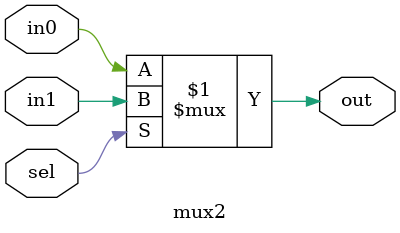
<source format=v>
`timescale 1ns/1ns
module barrel_shifter_32bit (inA, inB, out);
    input  [31:0] inA;
    input  [4:0] inB;
    output [31:0] out;
    wire   [31:0] w,x,y,z; 

//1 bit shift left
mux2  ins_00 (.in0(inA[0]),.in1(1'b0),.sel(inB[0]),.out(w[0]));
mux2  ins_01 (.in0(inA[1]),.in1(inA[0]),.sel(inB[0]),.out(w[1]));
mux2  ins_02 (.in0(inA[2]),.in1(inA[1]),.sel(inB[0]),.out(w[2]));
mux2  ins_03 (.in0(inA[3]),.in1(inA[2]),.sel(inB[0]),.out(w[3]));
mux2  ins_04 (.in0(inA[4]),.in1(inA[3]),.sel(inB[0]),.out(w[4]));
mux2  ins_05 (.in0(inA[5]),.in1(inA[4]),.sel(inB[0]),.out(w[5]));
mux2  ins_06 (.in0(inA[6]),.in1(inA[5]),.sel(inB[0]),.out(w[6]));
mux2  ins_07 (.in0(inA[7]),.in1(inA[6]),.sel(inB[0]),.out(w[7]));
mux2  ins_08 (.in0(inA[8]),.in1(inA[7]),.sel(inB[0]),.out(w[8]));
mux2  ins_09 (.in0(inA[9]),.in1(inA[8]),.sel(inB[0]),.out(w[9]));
mux2  ins_010 (.in0(inA[10]),.in1(inA[9]),.sel(inB[0]),.out(w[10]));
mux2  ins_011 (.in0(inA[11]),.in1(inA[10]),.sel(inB[0]),.out(w[11]));
mux2  ins_012 (.in0(inA[12]),.in1(inA[11]),.sel(inB[0]),.out(w[12]));
mux2  ins_013 (.in0(inA[13]),.in1(inA[12]),.sel(inB[0]),.out(w[13]));
mux2  ins_014 (.in0(inA[14]),.in1(inA[13]),.sel(inB[0]),.out(w[14]));
mux2  ins_015 (.in0(inA[15]),.in1(inA[14]),.sel(inB[0]),.out(w[15]));
mux2  ins_016 (.in0(inA[16]),.in1(inA[15]),.sel(inB[0]),.out(w[16]));
mux2  ins_017 (.in0(inA[17]),.in1(inA[16]),.sel(inB[0]),.out(w[17]));
mux2  ins_018 (.in0(inA[18]),.in1(inA[17]),.sel(inB[0]),.out(w[18]));
mux2  ins_019 (.in0(inA[19]),.in1(inA[18]),.sel(inB[0]),.out(w[19]));
mux2  ins_020 (.in0(inA[20]),.in1(inA[19]),.sel(inB[0]),.out(w[20]));
mux2  ins_021 (.in0(inA[21]),.in1(inA[20]),.sel(inB[0]),.out(w[21]));
mux2  ins_022 (.in0(inA[22]),.in1(inA[21]),.sel(inB[0]),.out(w[22]));
mux2  ins_023 (.in0(inA[23]),.in1(inA[22]),.sel(inB[0]),.out(w[23]));
mux2  ins_024 (.in0(inA[24]),.in1(inA[23]),.sel(inB[0]),.out(w[24]));
mux2  ins_025 (.in0(inA[25]),.in1(inA[24]),.sel(inB[0]),.out(w[25]));
mux2  ins_026 (.in0(inA[26]),.in1(inA[25]),.sel(inB[0]),.out(w[26]));
mux2  ins_027 (.in0(inA[27]),.in1(inA[26]),.sel(inB[0]),.out(w[27]));
mux2  ins_028 (.in0(inA[28]),.in1(inA[27]),.sel(inB[0]),.out(w[28]));
mux2  ins_029 (.in0(inA[29]),.in1(inA[28]),.sel(inB[0]),.out(w[29]));
mux2  ins_030 (.in0(inA[30]),.in1(inA[29]),.sel(inB[0]),.out(w[30]));
mux2  ins_031 (.in0(inA[31]),.in1(inA[30]),.sel(inB[0]),.out(w[31]));


//2 bit shift left
mux2  ins_10 (.in0(w[0]),.in1(1'b0),.sel(inB[1]),.out(x[0]));
mux2  ins_11 (.in0(w[1]),.in1(1'b0),.sel(inB[1]),.out(x[1]));
mux2  ins_12 (.in0(w[2]),.in1(w[0]),.sel(inB[1]),.out(x[2]));
mux2  ins_13 (.in0(w[3]),.in1(w[1]),.sel(inB[1]),.out(x[3]));
mux2  ins_14 (.in0(w[4]),.in1(w[2]),.sel(inB[1]),.out(x[4]));
mux2  ins_15 (.in0(w[5]),.in1(w[3]),.sel(inB[1]),.out(x[5]));
mux2  ins_16 (.in0(w[6]),.in1(w[4]),.sel(inB[1]),.out(x[6]));
mux2  ins_17 (.in0(w[7]),.in1(w[5]),.sel(inB[1]),.out(x[7]));
mux2  ins_18 (.in0(w[8]),.in1(w[6]),.sel(inB[1]),.out(x[8]));
mux2  ins_19 (.in0(w[9]),.in1(w[7]),.sel(inB[1]),.out(x[9]));
mux2  ins_110 (.in0(w[10]),.in1(w[8]),.sel(inB[1]),.out(x[10]));
mux2  ins_111 (.in0(w[11]),.in1(w[9]),.sel(inB[1]),.out(x[11]));
mux2  ins_112 (.in0(w[12]),.in1(w[10]),.sel(inB[1]),.out(x[12]));
mux2  ins_113 (.in0(w[13]),.in1(w[11]),.sel(inB[1]),.out(x[13]));
mux2  ins_114 (.in0(w[14]),.in1(w[12]),.sel(inB[1]),.out(x[14]));
mux2  ins_115 (.in0(w[15]),.in1(w[13]),.sel(inB[1]),.out(x[15]));
mux2  ins_116 (.in0(w[16]),.in1(w[14]),.sel(inB[1]),.out(x[16]));
mux2  ins_117 (.in0(w[17]),.in1(w[15]),.sel(inB[1]),.out(x[17]));
mux2  ins_118 (.in0(w[18]),.in1(w[16]),.sel(inB[1]),.out(x[18]));
mux2  ins_119 (.in0(w[19]),.in1(w[17]),.sel(inB[1]),.out(x[19]));
mux2  ins_120 (.in0(w[20]),.in1(w[18]),.sel(inB[1]),.out(x[20]));
mux2  ins_121 (.in0(w[21]),.in1(w[19]),.sel(inB[1]),.out(x[21]));
mux2  ins_122 (.in0(w[22]),.in1(w[20]),.sel(inB[1]),.out(x[22]));
mux2  ins_123 (.in0(w[23]),.in1(w[21]),.sel(inB[1]),.out(x[23]));
mux2  ins_124 (.in0(w[24]),.in1(w[22]),.sel(inB[1]),.out(x[24]));
mux2  ins_125 (.in0(w[25]),.in1(w[23]),.sel(inB[1]),.out(x[25]));
mux2  ins_126 (.in0(w[26]),.in1(w[24]),.sel(inB[1]),.out(x[26]));
mux2  ins_127 (.in0(w[27]),.in1(w[25]),.sel(inB[1]),.out(x[27]));
mux2  ins_128 (.in0(w[28]),.in1(w[26]),.sel(inB[1]),.out(x[28]));
mux2  ins_129 (.in0(w[29]),.in1(w[27]),.sel(inB[1]),.out(x[29]));
mux2  ins_130 (.in0(w[30]),.in1(w[28]),.sel(inB[1]),.out(x[30]));
mux2  ins_131 (.in0(w[31]),.in1(w[29]),.sel(inB[1]),.out(x[31]));


//4 bit shift left
mux2  ins_20 (.in0(x[0]),.in1(1'b0),.sel(inB[2]),.out(y[0]));
mux2  ins_21 (.in0(x[1]),.in1(1'b0),.sel(inB[2]),.out(y[1]));
mux2  ins_22 (.in0(x[2]),.in1(1'b0),.sel(inB[2]),.out(y[2]));
mux2  ins_23 (.in0(x[3]),.in1(x[0]),.sel(inB[2]),.out(y[3]));
mux2  ins_24 (.in0(x[4]),.in1(x[1]),.sel(inB[2]),.out(y[4]));
mux2  ins_25 (.in0(x[5]),.in1(x[2]),.sel(inB[2]),.out(y[5]));
mux2  ins_26 (.in0(x[6]),.in1(x[3]),.sel(inB[2]),.out(y[6]));
mux2  ins_27 (.in0(x[7]),.in1(x[4]),.sel(inB[2]),.out(y[7]));
mux2  ins_28 (.in0(x[8]),.in1(x[5]),.sel(inB[2]),.out(y[8]));
mux2  ins_29 (.in0(x[9]),.in1(x[6]),.sel(inB[2]),.out(y[9]));
mux2  ins_210 (.in0(x[10]),.in1(x[7]),.sel(inB[2]),.out(y[10]));
mux2  ins_211 (.in0(x[11]),.in1(x[8]),.sel(inB[2]),.out(y[11]));
mux2  ins_212 (.in0(x[12]),.in1(x[9]),.sel(inB[2]),.out(y[12]));
mux2  ins_213 (.in0(x[13]),.in1(x[10]),.sel(inB[2]),.out(y[13]));
mux2  ins_214 (.in0(x[14]),.in1(x[11]),.sel(inB[2]),.out(y[14]));
mux2  ins_215 (.in0(x[15]),.in1(x[12]),.sel(inB[2]),.out(y[15]));
mux2  ins_216 (.in0(x[16]),.in1(x[13]),.sel(inB[2]),.out(y[16]));
mux2  ins_217 (.in0(x[17]),.in1(x[14]),.sel(inB[2]),.out(y[17]));
mux2  ins_218 (.in0(x[18]),.in1(x[15]),.sel(inB[2]),.out(y[18]));
mux2  ins_219 (.in0(x[19]),.in1(x[16]),.sel(inB[2]),.out(y[19]));
mux2  ins_220 (.in0(x[20]),.in1(x[17]),.sel(inB[2]),.out(y[20]));
mux2  ins_221 (.in0(x[21]),.in1(x[18]),.sel(inB[2]),.out(y[21]));
mux2  ins_222 (.in0(x[22]),.in1(x[19]),.sel(inB[2]),.out(y[22]));
mux2  ins_223 (.in0(x[23]),.in1(x[20]),.sel(inB[2]),.out(y[23]));
mux2  ins_224 (.in0(x[24]),.in1(x[21]),.sel(inB[2]),.out(y[24]));
mux2  ins_225 (.in0(x[25]),.in1(x[22]),.sel(inB[2]),.out(y[25]));
mux2  ins_226 (.in0(x[26]),.in1(x[23]),.sel(inB[2]),.out(y[26]));
mux2  ins_227 (.in0(x[27]),.in1(x[24]),.sel(inB[2]),.out(y[27]));
mux2  ins_228 (.in0(x[28]),.in1(x[25]),.sel(inB[2]),.out(y[28]));
mux2  ins_229 (.in0(x[29]),.in1(x[26]),.sel(inB[2]),.out(y[29]));
mux2  ins_230 (.in0(x[30]),.in1(x[27]),.sel(inB[2]),.out(y[30]));
mux2  ins_231 (.in0(x[31]),.in1(x[28]),.sel(inB[2]),.out(y[31]));

//8 bit shift left

mux2  ins_30 (.in0(y[0]),.in1(1'b0),.sel(inB[3]),.out(z[0]));
mux2  ins_31 (.in0(y[1]),.in1(1'b0),.sel(inB[3]),.out(z[1]));
mux2  ins_32 (.in0(y[2]),.in1(1'b0),.sel(inB[3]),.out(z[2]));
mux2  ins_33 (.in0(y[3]),.in1(1'b0),.sel(inB[3]),.out(z[3]));
mux2  ins_34 (.in0(y[4]),.in1(y[0]),.sel(inB[3]),.out(z[4]));
mux2  ins_35 (.in0(y[5]),.in1(y[1]),.sel(inB[3]),.out(z[5]));
mux2  ins_36 (.in0(y[6]),.in1(y[2]),.sel(inB[3]),.out(z[6]));
mux2  ins_37 (.in0(y[7]),.in1(y[3]),.sel(inB[3]),.out(z[7]));
mux2  ins_38 (.in0(y[8]),.in1(y[4]),.sel(inB[3]),.out(z[8]));
mux2  ins_39 (.in0(y[9]),.in1(y[5]),.sel(inB[3]),.out(z[9]));
mux2  ins_310 (.in0(y[10]),.in1(y[6]),.sel(inB[3]),.out(z[10]));
mux2  ins_311 (.in0(y[11]),.in1(y[7]),.sel(inB[3]),.out(z[11]));
mux2  ins_312 (.in0(y[12]),.in1(y[8]),.sel(inB[3]),.out(z[12]));
mux2  ins_313 (.in0(y[13]),.in1(y[9]),.sel(inB[3]),.out(z[13]));
mux2  ins_314 (.in0(y[14]),.in1(y[10]),.sel(inB[3]),.out(z[14]));
mux2  ins_315 (.in0(y[15]),.in1(y[11]),.sel(inB[3]),.out(z[15]));
mux2  ins_316 (.in0(y[16]),.in1(y[12]),.sel(inB[3]),.out(z[16]));
mux2  ins_317 (.in0(y[17]),.in1(y[13]),.sel(inB[3]),.out(z[17]));
mux2  ins_318 (.in0(y[18]),.in1(y[14]),.sel(inB[3]),.out(z[18]));
mux2  ins_319 (.in0(y[19]),.in1(y[15]),.sel(inB[3]),.out(z[19]));
mux2  ins_320 (.in0(y[20]),.in1(y[16]),.sel(inB[3]),.out(z[20]));
mux2  ins_321 (.in0(y[21]),.in1(y[17]),.sel(inB[3]),.out(z[21]));
mux2  ins_322 (.in0(y[22]),.in1(y[18]),.sel(inB[3]),.out(z[22]));
mux2  ins_323 (.in0(y[23]),.in1(y[19]),.sel(inB[3]),.out(z[23]));
mux2  ins_324 (.in0(y[24]),.in1(y[20]),.sel(inB[3]),.out(z[24]));
mux2  ins_325 (.in0(y[25]),.in1(y[21]),.sel(inB[3]),.out(z[25]));
mux2  ins_326 (.in0(y[26]),.in1(y[22]),.sel(inB[3]),.out(z[26]));
mux2  ins_327 (.in0(y[27]),.in1(y[23]),.sel(inB[3]),.out(z[27]));
mux2  ins_328 (.in0(y[28]),.in1(y[24]),.sel(inB[3]),.out(z[28]));
mux2  ins_329 (.in0(y[29]),.in1(y[25]),.sel(inB[3]),.out(z[29]));
mux2  ins_330 (.in0(y[30]),.in1(y[26]),.sel(inB[3]),.out(z[30]));
mux2  ins_331 (.in0(y[31]),.in1(y[27]),.sel(inB[3]),.out(z[31]));


//16 bit shift left

mux2  ins_40 (.in0(z[0]),.in1(1'b0),.sel(inB[4]),.out(out[0]));
mux2  ins_41 (.in0(z[1]),.in1(1'b0),.sel(inB[4]),.out(out[1]));
mux2  ins_42 (.in0(z[2]),.in1(1'b0),.sel(inB[4]),.out(out[2]));
mux2  ins_43 (.in0(z[3]),.in1(1'b0),.sel(inB[4]),.out(out[3]));
mux2  ins_44 (.in0(z[4]),.in1(1'b0),.sel(inB[4]),.out(out[4]));
mux2  ins_45 (.in0(z[5]),.in1(z[0]),.sel(inB[4]),.out(out[5]));
mux2  ins_46 (.in0(z[6]),.in1(z[1]),.sel(inB[4]),.out(out[6]));
mux2  ins_47 (.in0(z[7]),.in1(z[2]),.sel(inB[4]),.out(out[7]));
mux2  ins_48 (.in0(z[8]),.in1(z[3]),.sel(inB[4]),.out(out[8]));
mux2  ins_49 (.in0(z[9]),.in1(z[4]),.sel(inB[4]),.out(out[9]));
mux2  ins_410 (.in0(z[10]),.in1(z[5]),.sel(inB[4]),.out(out[10]));
mux2  ins_411 (.in0(z[11]),.in1(z[6]),.sel(inB[4]),.out(out[11]));
mux2  ins_412 (.in0(z[12]),.in1(z[7]),.sel(inB[4]),.out(out[12]));
mux2  ins_413 (.in0(z[13]),.in1(z[8]),.sel(inB[4]),.out(out[13]));
mux2  ins_414 (.in0(z[14]),.in1(z[9]),.sel(inB[4]),.out(out[14]));
mux2  ins_415 (.in0(z[15]),.in1(z[10]),.sel(inB[4]),.out(out[15]));
mux2  ins_416 (.in0(z[16]),.in1(z[11]),.sel(inB[4]),.out(out[16]));
mux2  ins_417 (.in0(z[17]),.in1(z[12]),.sel(inB[4]),.out(out[17]));
mux2  ins_418 (.in0(z[18]),.in1(z[13]),.sel(inB[4]),.out(out[18]));
mux2  ins_419 (.in0(z[19]),.in1(z[14]),.sel(inB[4]),.out(out[19]));
mux2  ins_420 (.in0(z[20]),.in1(z[15]),.sel(inB[4]),.out(out[20]));
mux2  ins_421 (.in0(z[21]),.in1(z[16]),.sel(inB[4]),.out(out[21]));
mux2  ins_422 (.in0(z[22]),.in1(z[17]),.sel(inB[4]),.out(out[22]));
mux2  ins_423 (.in0(z[23]),.in1(z[18]),.sel(inB[4]),.out(out[23]));
mux2  ins_424 (.in0(z[24]),.in1(z[19]),.sel(inB[4]),.out(out[24]));
mux2  ins_425 (.in0(z[25]),.in1(z[20]),.sel(inB[4]),.out(out[25]));
mux2  ins_426 (.in0(z[26]),.in1(z[21]),.sel(inB[4]),.out(out[26]));
mux2  ins_427 (.in0(z[27]),.in1(z[22]),.sel(inB[4]),.out(out[27]));
mux2  ins_428 (.in0(z[28]),.in1(z[23]),.sel(inB[4]),.out(out[28]));
mux2  ins_429 (.in0(z[29]),.in1(z[24]),.sel(inB[4]),.out(out[29]));
mux2  ins_430 (.in0(z[30]),.in1(z[25]),.sel(inB[4]),.out(out[30]));
mux2  ins_431 (.in0(z[31]),.in1(z[26]),.sel(inB[4]),.out(out[31]));

endmodule


module mux2( in0, in1, sel, out );
    input   sel, in0, in1;
    output  out;

    assign out = sel ? in1 : in0;
endmodule

</source>
